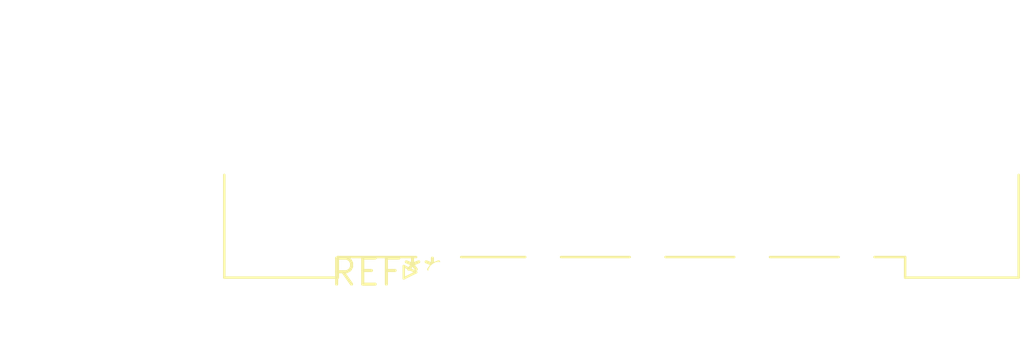
<source format=kicad_pcb>
(kicad_pcb (version 20240108) (generator pcbnew)
  (layers (0 "F.Cu" signal) (31 "B.Cu" signal) (34 "B.Paste" user) (35 "F.Paste" user) (36 "B.SilkS" user "B.Silkscreen") (37 "F.SilkS" user "F.Silkscreen") (38 "B.Mask" user) (39 "F.Mask" user) (44 "Edge.Cuts" user))
  (net 0 "")
  (footprint "DIN41612_B3_2x5_Male_Horizontal_THT" (layer "F.Cu") (at 0 0)
    (property "Reference" "REF**")
    (property "Value" "DIN41612_B3_2x5_Male_Horizontal_THT")
    (fp_line (start -7.88 -4.74) (end -7.88 0.26) (layer "F.SilkS") (stroke (width 0.12)))
    (fp_line (start -7.88 0.26) (end -2.36 0.26) (layer "F.SilkS") (stroke (width 0.12)))
    (fp_line (start -2.361 -0.74) (end 1.445 -0.74) (layer "F.SilkS") (stroke (width 0.12)))
    (fp_line (start -2.36 0.26) (end -2.36 -0.74) (layer "F.SilkS") (stroke (width 0.12)))
    (fp_line (start 0.845 -0.3) (end 0.845 0.3) (layer "F.SilkS") (stroke (width 0.12)))
    (fp_line (start 0.845 0.3) (end 1.445 0) (layer "F.SilkS") (stroke (width 0.12)))
    (fp_line (start 1.445 0) (end 0.845 -0.3) (layer "F.SilkS") (stroke (width 0.12)))
    (fp_line (start 3.635 -0.74) (end 6.751 -0.74) (layer "F.SilkS") (stroke (width 0.12)))
    (fp_line (start 8.49 -0.74) (end 11.831 -0.74) (layer "F.SilkS") (stroke (width 0.12)))
    (fp_line (start 13.57 -0.74) (end 16.911 -0.74) (layer "F.SilkS") (stroke (width 0.12)))
    (fp_line (start 18.65 -0.74) (end 21.991 -0.74) (layer "F.SilkS") (stroke (width 0.12)))
    (fp_line (start 23.73 -0.74) (end 25.22 -0.74) (layer "F.SilkS") (stroke (width 0.12)))
    (fp_line (start 25.22 0.26) (end 25.22 -0.74) (layer "F.SilkS") (stroke (width 0.12)))
    (fp_line (start 30.74 -4.74) (end 30.74 0.26) (layer "F.SilkS") (stroke (width 0.12)))
    (fp_line (start 30.74 0.26) (end 25.22 0.26) (layer "F.SilkS") (stroke (width 0.12)))
    (pad "" np_thru_hole circle (at -5.08 -2.54) (size 2.85 2.85) (drill 2.85) (layers *.Cu *.Mask))
    (pad "" np_thru_hole circle (at 27.94 -2.54) (size 2.85 2.85) (drill 2.85) (layers *.Cu *.Mask))
    (pad "a2" thru_hole roundrect (at 2.54 0) (size 1.55 1.55) (drill 1) (layers *.Cu *.Mask) (remove_unused_layers) (roundrect_rratio 0.16129))
    (pad "a4" thru_hole circle (at 7.62 0) (size 1.55 1.55) (drill 1) (layers *.Cu *.Mask) (remove_unused_layers))
    (pad "a6" thru_hole circle (at 12.7 0) (size 1.55 1.55) (drill 1) (layers *.Cu *.Mask) (remove_unused_layers))
    (pad "a8" thru_hole circle (at 17.78 0) (size 1.55 1.55) (drill 1) (layers *.Cu *.Mask) (remove_unused_layers))
    (pad "a10" thru_hole circle (at 22.86 0) (size 1.55 1.55) (drill 1) (layers *.Cu *.Mask) (remove_unused_layers))
    (pad "b2" thru_hole circle (at 2.54 2.54) (size 1.55 1.55) (drill 1) (layers *.Cu *.Mask) (remove_unused_layers))
    (pad "b4" thru_hole circle (at 7.62 2.54) (size 1.55 1.55) (drill 1) (layers *.Cu *.Mask) (remove_unused_layers))
    (pad "b6" thru_hole circle (at 12.7 2.54) (size 1.55 1.55) (drill 1) (layers *.Cu *.Mask) (remove_unused_layers))
    (pad "b8" thru_hole circle (at 17.78 2.54) (size 1.55 1.55) (drill 1) (layers *.Cu *.Mask) (remove_unused_layers))
    (pad "b10" thru_hole circle (at 22.86 2.54) (size 1.55 1.55) (drill 1) (layers *.Cu *.Mask) (remove_unused_layers))
  )
)
</source>
